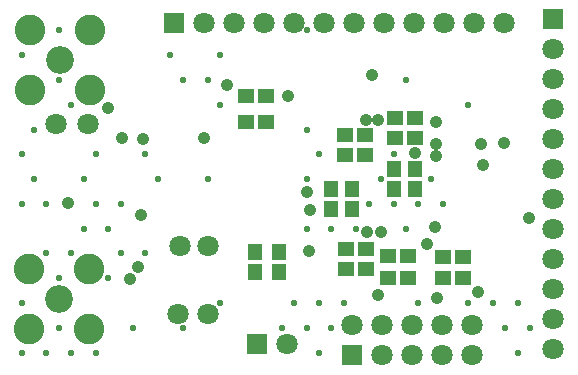
<source format=gbs>
%FSTAX23Y23*%
%MOIN*%
%SFA1B1*%

%IPPOS*%
%ADD45R,0.051378X0.055315*%
%ADD46R,0.055315X0.051378*%
%ADD49R,0.071063X0.071063*%
%ADD58C,0.042008*%
%ADD59C,0.071063*%
%ADD60C,0.092008*%
%ADD61C,0.102008*%
%ADD62R,0.071063X0.071063*%
%ADD63C,0.022008*%
%LNfpga_radio-1*%
%LPD*%
G54D45*
X024Y02115D03*
Y02181D03*
X0247Y02115D03*
Y02181D03*
X01935Y0184D03*
Y01906D03*
X02015Y0184D03*
Y01906D03*
X0219Y02115D03*
Y02048D03*
X0226Y02115D03*
Y02048D03*
G54D46*
X0247Y02285D03*
X02403D03*
X02469Y02353D03*
X02402D03*
X02235Y0223D03*
X02301D03*
X02235Y02295D03*
X02301D03*
X02629Y01889D03*
X02562D03*
X0263Y0182D03*
X02563D03*
X02444Y01894D03*
X02377D03*
X02445Y0182D03*
X02378D03*
X0224Y01915D03*
X02306D03*
X0224Y0185D03*
X02306D03*
X01905Y0234D03*
X01971D03*
X01905Y02425D03*
X01971D03*
G54D49*
X02257Y01561D03*
X01941Y01598D03*
X01664Y02668D03*
G54D58*
X02541Y01751D03*
X02355Y01971D03*
X02679Y01773D03*
X0247Y02235D03*
X01445Y02385D03*
X02695Y02195D03*
X02848Y02019D03*
X0211Y02105D03*
X02535Y0199D03*
X02765Y0227D03*
X0254Y0234D03*
X01545Y01855D03*
X01554Y02028D03*
X01842Y02462D03*
X01765Y02285D03*
X0152Y01815D03*
X0254Y02225D03*
Y02265D03*
X0269D03*
X02345Y02345D03*
X02305D03*
X02508Y01931D03*
X02344Y01763D03*
X02308Y01972D03*
X02045Y02425D03*
X02116Y01908D03*
X0212Y02045D03*
X01491Y02285D03*
X01312Y0207D03*
X01563Y02284D03*
X02325Y02497D03*
G54D59*
X02657Y01661D03*
Y01561D03*
X02557Y01661D03*
Y01561D03*
X02457Y01661D03*
Y01561D03*
X02357Y01661D03*
Y01561D03*
X02257Y01661D03*
X01272Y02332D03*
X0178Y017D03*
X01778Y01926D03*
X02041Y01598D03*
X01378Y02332D03*
X01764Y02668D03*
X01864D03*
X01964D03*
X02064D03*
X02164D03*
X02264D03*
X02364D03*
X02464D03*
X02564D03*
X02664D03*
X02764D03*
X0293Y02581D03*
Y02481D03*
Y02381D03*
Y02281D03*
Y02181D03*
Y02081D03*
Y01981D03*
Y01881D03*
Y01781D03*
Y01681D03*
Y01581D03*
X01684Y01926D03*
X0168Y017D03*
G54D60*
X01282Y01749D03*
X01285Y02545D03*
G54D61*
X01182Y01849D03*
X01382D03*
Y01649D03*
X01182D03*
X01185Y02645D03*
X01385D03*
Y02445D03*
X01185D03*
G54D62*
X0293Y02681D03*
G54D63*
X02811Y01736D03*
X02852Y01653D03*
X02811Y0157D03*
X02728Y01736D03*
X02769Y01653D03*
X02645Y02397D03*
Y01736D03*
X02562Y02066D03*
X02521Y02149D03*
X0248Y02066D03*
Y01736D03*
X02438Y0248D03*
X02397Y02232D03*
Y02066D03*
X02438Y01984D03*
X02356Y02149D03*
X02314Y02066D03*
X02273Y01984D03*
X02232Y01736D03*
X02149Y02232D03*
X0219Y01984D03*
X02149Y01736D03*
X0219Y01653D03*
X02149Y0157D03*
X02108Y02645D03*
Y02314D03*
Y02149D03*
Y01984D03*
X02066Y01736D03*
X02108Y01653D03*
X02025D03*
X01818Y02562D03*
Y02397D03*
Y01736D03*
X01777Y0248D03*
Y02149D03*
X01653Y02562D03*
X01694Y0248D03*
Y01653D03*
X0157Y02232D03*
X01612Y02149D03*
X0157Y01901D03*
X01488Y02066D03*
Y01901D03*
X01529Y01653D03*
X01405Y02232D03*
Y02066D03*
X01446Y01984D03*
Y01818D03*
X01405Y0157D03*
X01322Y02397D03*
X01364Y02149D03*
Y01984D03*
X01322Y01901D03*
Y0157D03*
X01281Y02645D03*
Y0248D03*
X0124Y02066D03*
Y01901D03*
X01281Y01818D03*
Y01653D03*
X0124Y0157D03*
X01157Y02562D03*
X01198Y02314D03*
X01157Y02232D03*
X01198Y02149D03*
X01157Y02066D03*
Y01736D03*
Y0157D03*
M02*
</source>
